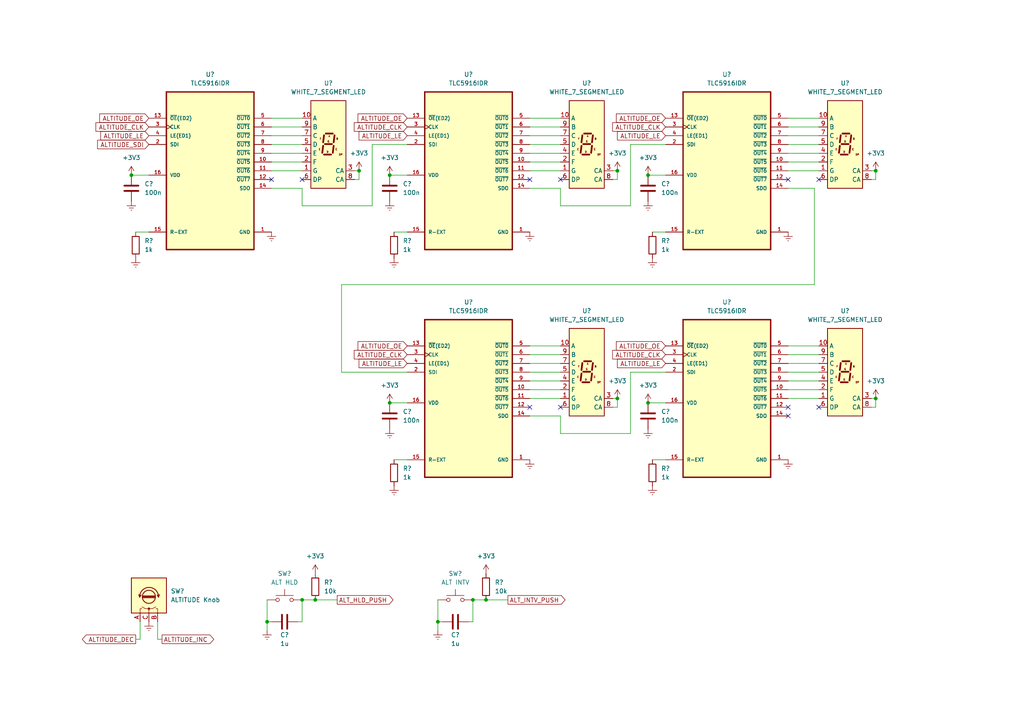
<source format=kicad_sch>
(kicad_sch (version 20211123) (generator eeschema)
  (paper "A4")
  (lib_symbols
    (symbol "Device:C" (pin_numbers hide) (pin_names (offset 0.254))
      (property "Reference" "C" (at 0.635 2.54 0))
      (property "Value" "C" (at 0.635 -2.54 0))
      (symbol "C_0_1"
        (polyline (pts (xy -2.032 -0.762) (xy 2.032 -0.762)) (stroke (width 0.508)))
        (polyline (pts (xy -2.032 0.762) (xy 2.032 0.762)) (stroke (width 0.508)))
      )
      (symbol "C_1_1"
        (pin passive line (at 0 3.81 270) (length 2.794) (name "~") (number "1"))
        (pin passive line (at 0 -3.81 90) (length 2.794) (name "~") (number "2"))
      )
    )
    (symbol "Device:R" (pin_numbers hide) (pin_names (offset 0))
      (property "Reference" "R" (at 2.032 0 90))
      (property "Value" "R" (at 0 0 90))
      (symbol "R_0_1"
        (rectangle (start -1.016 -2.54) (end 1.016 2.54) (stroke (width 0.254)))
      )
      (symbol "R_1_1"
        (pin passive line (at 0 3.81 270) (length 1.27) (name "~") (number "1"))
        (pin passive line (at 0 -3.81 90) (length 1.27) (name "~") (number "2"))
      )
    )
    (symbol "Device:RotaryEncoder" (pin_names (offset 0.254) hide)
      (property "Reference" "SW" (at 0 6.604 0))
      (property "Value" "RotaryEncoder" (at 0 -6.604 0))
      (symbol "RotaryEncoder_0_1"
        (rectangle (start -5.08 5.08) (end 5.08 -5.08) (stroke (width 0.254)) (fill (type background)))
        (circle (center -3.81 0) (radius 0.254) (fill (type outline)))
        (arc (start -0.381 -2.794) (mid 2.3622 -0.0508) (end -0.381 2.667) (stroke (width 0.254)))
        (circle (center -0.381 0) (radius 1.905) (stroke (width 0.254)))
        (polyline (pts (xy -0.635 -1.778) (xy -0.635 1.778)) (stroke (width 0.254)))
        (polyline (pts (xy -0.381 -1.778) (xy -0.381 1.778)) (stroke (width 0.254)))
        (polyline (pts (xy -0.127 1.778) (xy -0.127 -1.778)) (stroke (width 0.254)))
        (polyline (pts (xy -5.08 -2.54) (xy -3.81 -2.54) (xy -3.81 -2.032)))
        (polyline (pts (xy -5.08 2.54) (xy -3.81 2.54) (xy -3.81 2.032)))
        (polyline (pts (xy 0.254 -3.048) (xy -0.508 -2.794) (xy 0.127 -2.413)) (stroke (width 0.254)))
        (polyline (pts (xy 0.254 2.921) (xy -0.508 2.667) (xy 0.127 2.286)) (stroke (width 0.254)))
        (polyline (pts (xy -5.08 0) (xy -3.81 0) (xy -3.81 -1.016) (xy -3.302 -2.032)))
        (polyline (pts (xy -4.318 0) (xy -3.81 0) (xy -3.81 1.016) (xy -3.302 2.032)))
      )
      (symbol "RotaryEncoder_1_1"
        (pin passive line (at -7.62 2.54 0) (length 2.54) (name "A") (number "A"))
        (pin passive line (at -7.62 -2.54 0) (length 2.54) (name "B") (number "B"))
        (pin passive line (at -7.62 0 0) (length 2.54) (name "C") (number "C"))
      )
    )
    (symbol "Display_Character:SA39-11EWA"
      (property "Reference" "U" (at -3.81 13.97 0))
      (property "Value" "SA39-11EWA" (at 6.35 13.97 0))
      (symbol "SA39-11EWA_1_0"
        (text "A" (at 0.254 2.413 0) (effects (font (size 0.508 0.508))))
        (text "B" (at 2.54 1.651 0) (effects (font (size 0.508 0.508))))
        (text "C" (at 2.286 -1.397 0) (effects (font (size 0.508 0.508))))
        (text "D" (at -0.254 -2.159 0) (effects (font (size 0.508 0.508))))
        (text "DP" (at 3.556 -2.921 0) (effects (font (size 0.508 0.508))))
        (text "E" (at -2.54 -1.397 0) (effects (font (size 0.508 0.508))))
        (text "F" (at -2.286 1.651 0) (effects (font (size 0.508 0.508))))
        (text "G" (at 0 0.889 0) (effects (font (size 0.508 0.508))))
      )
      (symbol "SA39-11EWA_1_1"
        (rectangle (start -5.08 12.7) (end 5.08 -12.7) (stroke (width 0.254)) (fill (type background)))
        (polyline (pts (xy -1.524 -0.381) (xy -1.778 -2.413)) (stroke (width 0.508)))
        (polyline (pts (xy -1.27 -2.921) (xy 0.762 -2.921)) (stroke (width 0.508)))
        (polyline (pts (xy -1.27 2.667) (xy -1.524 0.635)) (stroke (width 0.508)))
        (polyline (pts (xy -1.016 0.127) (xy 1.016 0.127)) (stroke (width 0.508)))
        (polyline (pts (xy -0.762 3.175) (xy 1.27 3.175)) (stroke (width 0.508)))
        (polyline (pts (xy 1.524 -0.381) (xy 1.27 -2.413)) (stroke (width 0.508)))
        (polyline (pts (xy 1.778 2.667) (xy 1.524 0.635)) (stroke (width 0.508)))
        (polyline (pts (xy 2.54 -2.921) (xy 2.54 -2.921)) (stroke (width 0.508)))
        (pin input line (at -7.62 -7.62 0) (length 2.54) (name "G") (number "1"))
        (pin input line (at -7.62 7.62 0) (length 2.54) (name "A") (number "10"))
        (pin input line (at -7.62 -5.08 0) (length 2.54) (name "F") (number "2"))
        (pin input line (at 7.62 -7.62 180) (length 2.54) (name "CA") (number "3"))
        (pin input line (at -7.62 -2.54 0) (length 2.54) (name "E") (number "4"))
        (pin input line (at -7.62 0 0) (length 2.54) (name "D") (number "5"))
        (pin input line (at -7.62 -10.16 0) (length 2.54) (name "DP") (number "6"))
        (pin input line (at -7.62 2.54 0) (length 2.54) (name "C") (number "7"))
        (pin input line (at 7.62 -10.16 180) (length 2.54) (name "CA") (number "8"))
        (pin input line (at -7.62 5.08 0) (length 2.54) (name "B") (number "9"))
      )
    )
    (symbol "Switch:SW_Push" (pin_numbers hide) (pin_names (offset 1.016) hide)
      (property "Reference" "SW" (at 1.27 2.54 0))
      (property "Value" "SW_Push" (at 0 -1.524 0))
      (symbol "SW_Push_0_1"
        (circle (center -2.032 0) (radius 0.508))
        (polyline (pts (xy 0 1.27) (xy 0 3.048)))
        (polyline (pts (xy 2.54 1.27) (xy -2.54 1.27)))
        (circle (center 2.032 0) (radius 0.508))
        (pin passive line (at -5.08 0 0) (length 2.54) (name "1") (number "1"))
        (pin passive line (at 5.08 0 180) (length 2.54) (name "2") (number "2"))
      )
    )
    (symbol "TLC5916IDR_1" (pin_names (offset 1.016))
      (property "Reference" "U?" (at 0 27.94 0))
      (property "Value" "TLC5916IDR_1" (at 0 25.4 0))
      (symbol "TLC5916IDR_1_0_0"
        (rectangle (start -12.7 -22.86) (end 12.7 22.86) (stroke (width 0.41)) (fill (type background)))
        (pin power_in line (at 17.78 -17.78 180) (length 5.08) (name "GND") (number "1"))
        (pin output line (at 17.78 2.54 180) (length 5.08) (name "~{OUT5}") (number "10"))
        (pin output line (at 17.78 0 180) (length 5.08) (name "~{OUT6}") (number "11"))
        (pin output line (at 17.78 -2.54 180) (length 5.08) (name "~{OUT7}") (number "12"))
        (pin input line (at -17.78 15.24 0) (length 5.08) (name "~{OE}(ED2)") (number "13"))
        (pin output line (at 17.78 -5.08 180) (length 5.08) (name "SDO") (number "14"))
        (pin bidirectional line (at -17.78 -17.78 0) (length 5.08) (name "R-EXT") (number "15"))
        (pin power_in line (at -17.78 -1.27 0) (length 5.08) (name "VDD") (number "16"))
        (pin input line (at -17.78 7.62 0) (length 5.08) (name "SDI") (number "2"))
        (pin input clock (at -17.78 12.7 0) (length 5.08) (name "CLK") (number "3"))
        (pin input line (at -17.78 10.16 0) (length 5.08) (name "LE(ED1)") (number "4"))
        (pin output line (at 17.78 15.24 180) (length 5.08) (name "~{OUT0}") (number "5"))
        (pin output line (at 17.78 12.7 180) (length 5.08) (name "~{OUT1}") (number "6"))
        (pin output line (at 17.78 10.16 180) (length 5.08) (name "~{OUT2}") (number "7"))
        (pin output line (at 17.78 7.62 180) (length 5.08) (name "~{OUT3}") (number "8"))
        (pin output line (at 17.78 5.08 180) (length 5.08) (name "~{OUT4}") (number "9"))
      )
    )
    (symbol "power:+3V3" (power) (pin_names (offset 0))
      (property "Value" "+3V3" (at 0 3.556 0))
      (symbol "+3V3_0_1"
        (polyline (pts (xy -0.762 1.27) (xy 0 2.54)))
        (polyline (pts (xy 0 0) (xy 0 2.54)))
        (polyline (pts (xy 0 2.54) (xy 0.762 1.27)))
      )
      (symbol "+3V3_1_1"
        (pin power_in line (at 0 0 90) (length 0) hide (name "+3V3") (number "1"))
      )
    )
    (symbol "power:Earth" (power) (pin_names (offset 0))
      (symbol "Earth_0_1"
        (polyline (pts (xy -0.635 -1.905) (xy 0.635 -1.905)))
        (polyline (pts (xy -0.127 -2.54) (xy 0.127 -2.54)))
        (polyline (pts (xy 0 -1.27) (xy 0 0)))
        (polyline (pts (xy 1.27 -1.27) (xy -1.27 -1.27)))
      )
      (symbol "Earth_1_1"
        (pin power_in line (at 0 0 270) (length 0) hide (name "Earth") (number "1"))
      )
    )
  )
  (junction (at 137.16 173.99))
  (junction (at 77.47 180.34))
  (junction (at 87.63 173.99))
  (junction (at 91.44 173.99))
  (junction (at 104.14 49.53))
  (junction (at 113.03 116.84))
  (junction (at 179.07 115.57))
  (junction (at 179.07 49.53))
  (junction (at 254 115.57))
  (junction (at 254 49.53))
  (junction (at 127 180.34))
  (junction (at 187.96 116.84))
  (junction (at 113.03 50.8))
  (junction (at 187.96 50.8))
  (junction (at 38.1 50.8))
  (junction (at 140.97 173.99))
  (no_connect (at 153.67 52.07))
  (no_connect (at 78.74 52.07))
  (no_connect (at 162.56 52.07))
  (no_connect (at 162.56 118.11))
  (no_connect (at 153.67 118.11))
  (no_connect (at 228.6 52.07))
  (no_connect (at 237.49 52.07))
  (no_connect (at 228.6 120.65))
  (no_connect (at 87.63 52.07))
  (no_connect (at 237.49 118.11))
  (no_connect (at 228.6 118.11))
  (wire (pts (xy 127 173.99) (xy 127 180.34)))
  (wire (pts (xy 228.6 49.53) (xy 237.49 49.53)))
  (wire (pts (xy 45.72 185.42) (xy 46.99 185.42)))
  (wire (pts (xy 135.89 180.34) (xy 137.16 180.34)))
  (wire (pts (xy 107.95 59.69) (xy 107.95 41.91)))
  (wire (pts (xy 153.67 115.57) (xy 162.56 115.57)))
  (wire (pts (xy 104.14 49.53) (xy 102.87 49.53)))
  (wire (pts (xy 228.6 107.95) (xy 237.49 107.95)))
  (wire (pts (xy 153.67 102.87) (xy 162.56 102.87)))
  (wire (pts (xy 45.72 180.34) (xy 45.72 185.42)))
  (wire (pts (xy 78.74 46.99) (xy 87.63 46.99)))
  (wire (pts (xy 78.74 39.37) (xy 87.63 39.37)))
  (wire (pts (xy 228.6 34.29) (xy 237.49 34.29)))
  (wire (pts (xy 104.14 52.07) (xy 102.87 52.07)))
  (wire (pts (xy 91.44 173.99) (xy 97.79 173.99)))
  (wire (pts (xy 87.63 180.34) (xy 87.63 173.99)))
  (wire (pts (xy 153.67 46.99) (xy 162.56 46.99)))
  (wire (pts (xy 127 180.34) (xy 128.27 180.34)))
  (wire (pts (xy 179.07 115.57) (xy 179.07 118.11)))
  (wire (pts (xy 153.67 34.29) (xy 162.56 34.29)))
  (wire (pts (xy 39.37 67.31) (xy 43.18 67.31)))
  (wire (pts (xy 189.23 67.31) (xy 193.04 67.31)))
  (wire (pts (xy 38.1 50.8) (xy 43.18 50.8)))
  (wire (pts (xy 189.23 133.35) (xy 193.04 133.35)))
  (wire (pts (xy 78.74 54.61) (xy 87.63 54.61)))
  (wire (pts (xy 182.88 41.91) (xy 193.04 41.91)))
  (wire (pts (xy 87.63 59.69) (xy 107.95 59.69)))
  (wire (pts (xy 78.74 44.45) (xy 87.63 44.45)))
  (wire (pts (xy 104.14 49.53) (xy 104.14 52.07)))
  (wire (pts (xy 114.3 133.35) (xy 118.11 133.35)))
  (wire (pts (xy 153.67 54.61) (xy 162.56 54.61)))
  (wire (pts (xy 153.67 120.65) (xy 162.56 120.65)))
  (wire (pts (xy 87.63 54.61) (xy 87.63 59.69)))
  (wire (pts (xy 228.6 46.99) (xy 237.49 46.99)))
  (wire (pts (xy 187.96 116.84) (xy 193.04 116.84)))
  (wire (pts (xy 254 52.07) (xy 252.73 52.07)))
  (wire (pts (xy 153.67 110.49) (xy 162.56 110.49)))
  (wire (pts (xy 153.67 107.95) (xy 162.56 107.95)))
  (wire (pts (xy 228.6 113.03) (xy 237.49 113.03)))
  (wire (pts (xy 254 49.53) (xy 254 52.07)))
  (wire (pts (xy 153.67 100.33) (xy 162.56 100.33)))
  (wire (pts (xy 114.3 67.31) (xy 118.11 67.31)))
  (wire (pts (xy 153.67 39.37) (xy 162.56 39.37)))
  (wire (pts (xy 153.67 36.83) (xy 162.56 36.83)))
  (wire (pts (xy 182.88 107.95) (xy 182.88 125.73)))
  (wire (pts (xy 236.22 82.55) (xy 99.06 82.55)))
  (wire (pts (xy 99.06 82.55) (xy 99.06 107.95)))
  (wire (pts (xy 179.07 52.07) (xy 177.8 52.07)))
  (wire (pts (xy 86.36 180.34) (xy 87.63 180.34)))
  (wire (pts (xy 127 180.34) (xy 127 182.88)))
  (wire (pts (xy 228.6 110.49) (xy 237.49 110.49)))
  (wire (pts (xy 179.07 49.53) (xy 177.8 49.53)))
  (wire (pts (xy 153.67 49.53) (xy 162.56 49.53)))
  (wire (pts (xy 228.6 39.37) (xy 237.49 39.37)))
  (wire (pts (xy 254 115.57) (xy 254 118.11)))
  (wire (pts (xy 78.74 41.91) (xy 87.63 41.91)))
  (wire (pts (xy 228.6 36.83) (xy 237.49 36.83)))
  (wire (pts (xy 228.6 100.33) (xy 237.49 100.33)))
  (wire (pts (xy 236.22 54.61) (xy 236.22 82.55)))
  (wire (pts (xy 182.88 41.91) (xy 182.88 59.69)))
  (wire (pts (xy 107.95 41.91) (xy 118.11 41.91)))
  (wire (pts (xy 182.88 107.95) (xy 193.04 107.95)))
  (wire (pts (xy 77.47 180.34) (xy 77.47 182.88)))
  (wire (pts (xy 228.6 105.41) (xy 237.49 105.41)))
  (wire (pts (xy 179.07 115.57) (xy 177.8 115.57)))
  (wire (pts (xy 254 49.53) (xy 252.73 49.53)))
  (wire (pts (xy 113.03 116.84) (xy 118.11 116.84)))
  (wire (pts (xy 162.56 54.61) (xy 162.56 59.69)))
  (wire (pts (xy 140.97 173.99) (xy 147.32 173.99)))
  (wire (pts (xy 153.67 41.91) (xy 162.56 41.91)))
  (wire (pts (xy 40.64 185.42) (xy 40.64 180.34)))
  (wire (pts (xy 179.07 118.11) (xy 177.8 118.11)))
  (wire (pts (xy 39.37 185.42) (xy 40.64 185.42)))
  (wire (pts (xy 153.67 105.41) (xy 162.56 105.41)))
  (wire (pts (xy 162.56 120.65) (xy 162.56 125.73)))
  (wire (pts (xy 153.67 44.45) (xy 162.56 44.45)))
  (wire (pts (xy 228.6 115.57) (xy 237.49 115.57)))
  (wire (pts (xy 162.56 59.69) (xy 182.88 59.69)))
  (wire (pts (xy 153.67 113.03) (xy 162.56 113.03)))
  (wire (pts (xy 228.6 41.91) (xy 237.49 41.91)))
  (wire (pts (xy 87.63 173.99) (xy 91.44 173.99)))
  (wire (pts (xy 254 115.57) (xy 252.73 115.57)))
  (wire (pts (xy 78.74 34.29) (xy 87.63 34.29)))
  (wire (pts (xy 99.06 107.95) (xy 118.11 107.95)))
  (wire (pts (xy 187.96 50.8) (xy 193.04 50.8)))
  (wire (pts (xy 77.47 180.34) (xy 78.74 180.34)))
  (wire (pts (xy 137.16 173.99) (xy 140.97 173.99)))
  (wire (pts (xy 78.74 49.53) (xy 87.63 49.53)))
  (wire (pts (xy 228.6 54.61) (xy 236.22 54.61)))
  (wire (pts (xy 113.03 50.8) (xy 118.11 50.8)))
  (wire (pts (xy 228.6 102.87) (xy 237.49 102.87)))
  (wire (pts (xy 162.56 125.73) (xy 182.88 125.73)))
  (wire (pts (xy 254 118.11) (xy 252.73 118.11)))
  (wire (pts (xy 77.47 173.99) (xy 77.47 180.34)))
  (wire (pts (xy 179.07 49.53) (xy 179.07 52.07)))
  (wire (pts (xy 137.16 180.34) (xy 137.16 173.99)))
  (wire (pts (xy 78.74 36.83) (xy 87.63 36.83)))
  (wire (pts (xy 228.6 44.45) (xy 237.49 44.45)))
  (global_label "ALTITUDE_OE" (shape input) (at 118.11 34.29 180) (property "Intersheet References" "${INTERSHEET_REFS}" (effects hide)))
  (global_label "ALTITUDE_CLK" (shape input) (at 118.11 36.83 180) (property "Intersheet References" "${INTERSHEET_REFS}" (effects hide)))
  (global_label "ALTITUDE_CLK" (shape input) (at 193.04 102.87 180) (property "Intersheet References" "${INTERSHEET_REFS}" (effects hide)))
  (global_label "ALTITUDE_OE" (shape input) (at 193.04 34.29 180) (property "Intersheet References" "${INTERSHEET_REFS}" (effects hide)))
  (global_label "ALTITUDE_INC" (shape output) (at 46.99 185.42 0) (property "Intersheet References" "${INTERSHEET_REFS}" (effects hide)))
  (global_label "ALTITUDE_LE" (shape input) (at 118.11 105.41 180) (property "Intersheet References" "${INTERSHEET_REFS}" (effects hide)))
  (global_label "ALTITUDE_DEC" (shape output) (at 39.37 185.42 180) (property "Intersheet References" "${INTERSHEET_REFS}" (effects hide)))
  (global_label "ALTITUDE_CLK" (shape input) (at 193.04 36.83 180) (property "Intersheet References" "${INTERSHEET_REFS}" (effects hide)))
  (global_label "ALTITUDE_CLK" (shape input) (at 43.18 36.83 180) (property "Intersheet References" "${INTERSHEET_REFS}" (effects hide)))
  (global_label "ALTITUDE_SDI" (shape input) (at 43.18 41.91 180) (property "Intersheet References" "${INTERSHEET_REFS}" (effects hide)))
  (global_label "ALTITUDE_LE" (shape input) (at 193.04 105.41 180) (property "Intersheet References" "${INTERSHEET_REFS}" (effects hide)))
  (global_label "ALTITUDE_CLK" (shape input) (at 118.11 102.87 180) (property "Intersheet References" "${INTERSHEET_REFS}" (effects hide)))
  (global_label "ALT_HLD_PUSH" (shape output) (at 97.79 173.99 0) (property "Intersheet References" "${INTERSHEET_REFS}" (effects hide)))
  (global_label "ALTITUDE_OE" (shape input) (at 118.11 100.33 180) (property "Intersheet References" "${INTERSHEET_REFS}" (effects hide)))
  (global_label "ALTITUDE_LE" (shape input) (at 43.18 39.37 180) (property "Intersheet References" "${INTERSHEET_REFS}" (effects hide)))
  (global_label "ALTITUDE_OE" (shape input) (at 193.04 100.33 180) (property "Intersheet References" "${INTERSHEET_REFS}" (effects hide)))
  (global_label "ALT_INTV_PUSH" (shape output) (at 147.32 173.99 0) (property "Intersheet References" "${INTERSHEET_REFS}" (effects hide)))
  (global_label "ALTITUDE_OE" (shape input) (at 43.18 34.29 180) (property "Intersheet References" "${INTERSHEET_REFS}" (effects hide)))
  (global_label "ALTITUDE_LE" (shape input) (at 118.11 39.37 180) (property "Intersheet References" "${INTERSHEET_REFS}" (effects hide)))
  (global_label "ALTITUDE_LE" (shape input) (at 193.04 39.37 180) (property "Intersheet References" "${INTERSHEET_REFS}" (effects hide)))
  (symbol (lib_id "power:Earth") (at 187.96 58.42 0) (unit 1)
    (property "Reference" "#PWR?" (effects hide))
    (property "Value" "Earth" (effects hide))
  )
  (symbol (lib_id "power:Earth") (at 113.03 124.46 0) (unit 1)
    (property "Reference" "#PWR?" (effects hide))
    (property "Value" "Earth" (effects hide))
  )
  (symbol (lib_name "TLC5916IDR_1") (lib_id "TLC5916IDR:TLC5916IDR") (at 135.89 49.53 0) (unit 1)
    (property "Reference" "U?" (at 135.89 21.59 0))
    (property "Value" "TLC5916IDR" (at 135.89 24.13 0))
    (property "Footprint" "TLC5916IDR:SOIC127P600X175-16N" (effects hide))
    (property "MF" "Texas Instruments" (effects hide))
    (property "Description" "\n8-bit constant-current LED sink driver\n" (effects hide))
    (property "Package" "SOIC-16 Texas Instruments" (effects hide))
    (property "Price" "None" (effects hide))
    (property "SnapEDA_Link" "https://www.snapeda.com/parts/TLC5916IDR/Texas+Instruments/view-part/?ref=snap" (effects hide))
    (property "MP" "TLC5916IDR" (effects hide))
    (property "Purchase-URL" "https://www.snapeda.com/api/url_track_click_mouser/?unipart_id=438836&manufacturer=Texas Instruments&part_name=TLC5916IDR&search_term=None" (effects hide))
    (property "Availability" "In Stock" (effects hide))
    (property "Check_prices" "https://www.snapeda.com/parts/TLC5916IDR/Texas+Instruments/view-part/?ref=eda" (effects hide))
  )
  (symbol (lib_id "power:Earth") (at 127 182.88 0) (unit 1)
    (property "Reference" "#PWR?" (effects hide))
    (property "Value" "Earth" (effects hide))
  )
  (symbol (lib_id "power:+3V3") (at 254 115.57 0) (unit 1)
    (property "Reference" "#PWR?" (effects hide))
    (property "Value" "+3V3" (at 254 110.49 0))
  )
  (symbol (lib_id "power:+3V3") (at 113.03 116.84 0) (unit 1)
    (property "Reference" "#PWR?" (effects hide))
    (property "Value" "+3V3" (at 113.03 111.76 0))
  )
  (symbol (lib_id "Device:C") (at 187.96 54.61 0) (unit 1)
    (property "Reference" "C?" (at 191.77 53.3399 0) (effects (justify left)))
    (property "Value" "100n" (at 191.77 55.8799 0) (effects (justify left)))
  )
  (symbol (lib_id "power:+3V3") (at 187.96 50.8 0) (unit 1)
    (property "Reference" "#PWR?" (effects hide))
    (property "Value" "+3V3" (at 187.96 45.72 0))
  )
  (symbol (lib_id "power:Earth") (at 114.3 140.97 0) (unit 1)
    (property "Reference" "#PWR?" (effects hide))
    (property "Value" "Earth" (effects hide))
  )
  (symbol (lib_id "Device:R") (at 39.37 71.12 0) (unit 1)
    (property "Reference" "R?" (at 41.91 69.8499 0) (effects (justify left)))
    (property "Value" "1k" (at 41.91 72.3899 0) (effects (justify left)))
  )
  (symbol (lib_id "power:Earth") (at 77.47 182.88 0) (unit 1)
    (property "Reference" "#PWR?" (effects hide))
    (property "Value" "Earth" (effects hide))
  )
  (symbol (lib_id "Display_Character:SA39-11EWA") (at 245.11 41.91 0) (unit 1)
    (property "Reference" "U?" (at 245.11 24.13 0))
    (property "Value" "WHITE_7_SEGMENT_LED" (at 245.11 26.67 0))
    (property "Footprint" "Display_7Segment:Sx39-1xxxxx" (effects hide))
    (property "Datasheet" "http://www.kingbrightusa.com/images/catalog/SPEC/sa39-11ewa.pdf" (effects hide))
  )
  (symbol (lib_id "Device:C") (at 113.03 120.65 0) (unit 1)
    (property "Reference" "C?" (at 116.84 119.3799 0) (effects (justify left)))
    (property "Value" "100n" (at 116.84 121.9199 0) (effects (justify left)))
  )
  (symbol (lib_id "power:Earth") (at 189.23 74.93 0) (unit 1)
    (property "Reference" "#PWR?" (effects hide))
    (property "Value" "Earth" (effects hide))
  )
  (symbol (lib_id "Display_Character:SA39-11EWA") (at 170.18 41.91 0) (unit 1)
    (property "Reference" "U?" (at 170.18 24.13 0))
    (property "Value" "WHITE_7_SEGMENT_LED" (at 170.18 26.67 0))
    (property "Footprint" "Display_7Segment:Sx39-1xxxxx" (effects hide))
    (property "Datasheet" "http://www.kingbrightusa.com/images/catalog/SPEC/sa39-11ewa.pdf" (effects hide))
  )
  (symbol (lib_id "power:Earth") (at 39.37 74.93 0) (unit 1)
    (property "Reference" "#PWR?" (effects hide))
    (property "Value" "Earth" (effects hide))
  )
  (symbol (lib_id "power:+3V3") (at 38.1 50.8 0) (unit 1)
    (property "Reference" "#PWR?" (effects hide))
    (property "Value" "+3V3" (at 38.1 45.72 0))
  )
  (symbol (lib_id "power:+3V3") (at 140.97 166.37 0) (unit 1)
    (property "Reference" "#PWR?" (effects hide))
    (property "Value" "+3V3" (at 140.97 161.29 0))
  )
  (symbol (lib_id "power:+3V3") (at 113.03 50.8 0) (unit 1)
    (property "Reference" "#PWR?" (effects hide))
    (property "Value" "+3V3" (at 113.03 45.72 0))
  )
  (symbol (lib_id "Device:C") (at 38.1 54.61 0) (unit 1)
    (property "Reference" "C?" (at 41.91 53.3399 0) (effects (justify left)))
    (property "Value" "100n" (at 41.91 55.8799 0) (effects (justify left)))
  )
  (symbol (lib_name "TLC5916IDR_1") (lib_id "TLC5916IDR:TLC5916IDR") (at 210.82 115.57 0) (unit 1)
    (property "Reference" "U?" (at 210.82 87.63 0))
    (property "Value" "TLC5916IDR" (at 210.82 90.17 0))
    (property "Footprint" "TLC5916IDR:SOIC127P600X175-16N" (effects hide))
    (property "MF" "Texas Instruments" (effects hide))
    (property "Description" "\n8-bit constant-current LED sink driver\n" (effects hide))
    (property "Package" "SOIC-16 Texas Instruments" (effects hide))
    (property "Price" "None" (effects hide))
    (property "SnapEDA_Link" "https://www.snapeda.com/parts/TLC5916IDR/Texas+Instruments/view-part/?ref=snap" (effects hide))
    (property "MP" "TLC5916IDR" (effects hide))
    (property "Purchase-URL" "https://www.snapeda.com/api/url_track_click_mouser/?unipart_id=438836&manufacturer=Texas Instruments&part_name=TLC5916IDR&search_term=None" (effects hide))
    (property "Availability" "In Stock" (effects hide))
    (property "Check_prices" "https://www.snapeda.com/parts/TLC5916IDR/Texas+Instruments/view-part/?ref=eda" (effects hide))
  )
  (symbol (lib_id "Switch:SW_Push") (at 82.55 173.99 0) (unit 1)
    (property "Reference" "SW?" (at 82.55 166.37 0))
    (property "Value" "ALT HLD" (at 82.55 168.91 0))
  )
  (symbol (lib_name "TLC5916IDR_1") (lib_id "TLC5916IDR:TLC5916IDR") (at 210.82 49.53 0) (unit 1)
    (property "Reference" "U?" (at 210.82 21.59 0))
    (property "Value" "TLC5916IDR" (at 210.82 24.13 0))
    (property "Footprint" "TLC5916IDR:SOIC127P600X175-16N" (effects hide))
    (property "MF" "Texas Instruments" (effects hide))
    (property "Description" "\n8-bit constant-current LED sink driver\n" (effects hide))
    (property "Package" "SOIC-16 Texas Instruments" (effects hide))
    (property "Price" "None" (effects hide))
    (property "SnapEDA_Link" "https://www.snapeda.com/parts/TLC5916IDR/Texas+Instruments/view-part/?ref=snap" (effects hide))
    (property "MP" "TLC5916IDR" (effects hide))
    (property "Purchase-URL" "https://www.snapeda.com/api/url_track_click_mouser/?unipart_id=438836&manufacturer=Texas Instruments&part_name=TLC5916IDR&search_term=None" (effects hide))
    (property "Availability" "In Stock" (effects hide))
    (property "Check_prices" "https://www.snapeda.com/parts/TLC5916IDR/Texas+Instruments/view-part/?ref=eda" (effects hide))
  )
  (symbol (lib_id "power:Earth") (at 189.23 140.97 0) (unit 1)
    (property "Reference" "#PWR?" (effects hide))
    (property "Value" "Earth" (effects hide))
  )
  (symbol (lib_id "Device:R") (at 189.23 137.16 0) (unit 1)
    (property "Reference" "R?" (at 191.77 135.8899 0) (effects (justify left)))
    (property "Value" "1k" (at 191.77 138.4299 0) (effects (justify left)))
  )
  (symbol (lib_id "Device:R") (at 114.3 137.16 0) (unit 1)
    (property "Reference" "R?" (at 116.84 135.8899 0) (effects (justify left)))
    (property "Value" "1k" (at 116.84 138.4299 0) (effects (justify left)))
  )
  (symbol (lib_id "Device:RotaryEncoder") (at 43.18 172.72 90) (unit 1)
    (property "Reference" "SW?" (at 49.53 171.4499 90) (effects (justify right)))
    (property "Value" "ALTITUDE Knob" (at 49.53 173.9899 90) (effects (justify right)))
  )
  (symbol (lib_id "Device:R") (at 189.23 71.12 0) (unit 1)
    (property "Reference" "R?" (at 191.77 69.8499 0) (effects (justify left)))
    (property "Value" "1k" (at 191.77 72.3899 0) (effects (justify left)))
  )
  (symbol (lib_id "power:Earth") (at 228.6 67.31 0) (unit 1)
    (property "Reference" "#PWR?" (effects hide))
    (property "Value" "Earth" (effects hide))
  )
  (symbol (lib_id "Display_Character:SA39-11EWA") (at 245.11 107.95 0) (unit 1)
    (property "Reference" "U?" (at 245.11 90.17 0))
    (property "Value" "WHITE_7_SEGMENT_LED" (at 245.11 92.71 0))
    (property "Footprint" "Display_7Segment:Sx39-1xxxxx" (effects hide))
    (property "Datasheet" "http://www.kingbrightusa.com/images/catalog/SPEC/sa39-11ewa.pdf" (effects hide))
  )
  (symbol (lib_id "power:+3V3") (at 254 49.53 0) (unit 1)
    (property "Reference" "#PWR?" (effects hide))
    (property "Value" "+3V3" (at 254 44.45 0))
  )
  (symbol (lib_id "power:Earth") (at 187.96 124.46 0) (unit 1)
    (property "Reference" "#PWR?" (effects hide))
    (property "Value" "Earth" (effects hide))
  )
  (symbol (lib_id "Device:C") (at 113.03 54.61 0) (unit 1)
    (property "Reference" "C?" (at 116.84 53.3399 0) (effects (justify left)))
    (property "Value" "100n" (at 116.84 55.8799 0) (effects (justify left)))
  )
  (symbol (lib_id "Display_Character:SA39-11EWA") (at 95.25 41.91 0) (unit 1)
    (property "Reference" "U?" (at 95.25 24.13 0))
    (property "Value" "WHITE_7_SEGMENT_LED" (at 95.25 26.67 0))
    (property "Footprint" "Display_7Segment:Sx39-1xxxxx" (effects hide))
    (property "Datasheet" "http://www.kingbrightusa.com/images/catalog/SPEC/sa39-11ewa.pdf" (effects hide))
  )
  (symbol (lib_id "Device:C") (at 187.96 120.65 0) (unit 1)
    (property "Reference" "C?" (at 191.77 119.3799 0) (effects (justify left)))
    (property "Value" "100n" (at 191.77 121.9199 0) (effects (justify left)))
  )
  (symbol (lib_id "power:Earth") (at 153.67 67.31 0) (unit 1)
    (property "Reference" "#PWR?" (effects hide))
    (property "Value" "Earth" (effects hide))
  )
  (symbol (lib_id "power:Earth") (at 114.3 74.93 0) (unit 1)
    (property "Reference" "#PWR?" (effects hide))
    (property "Value" "Earth" (effects hide))
  )
  (symbol (lib_id "power:+3V3") (at 104.14 49.53 0) (unit 1)
    (property "Reference" "#PWR?" (effects hide))
    (property "Value" "+3V3" (at 104.14 44.45 0))
  )
  (symbol (lib_id "Device:C") (at 132.08 180.34 270) (unit 1)
    (property "Reference" "C?" (at 132.08 184.15 90))
    (property "Value" "1u" (at 132.08 186.69 90))
  )
  (symbol (lib_name "TLC5916IDR_1") (lib_id "TLC5916IDR:TLC5916IDR") (at 60.96 49.53 0) (unit 1)
    (property "Reference" "U?" (at 60.96 21.59 0))
    (property "Value" "TLC5916IDR" (at 60.96 24.13 0))
    (property "Footprint" "TLC5916IDR:SOIC127P600X175-16N" (effects hide))
    (property "MF" "Texas Instruments" (effects hide))
    (property "Description" "\n8-bit constant-current LED sink driver\n" (effects hide))
    (property "Package" "SOIC-16 Texas Instruments" (effects hide))
    (property "Price" "None" (effects hide))
    (property "SnapEDA_Link" "https://www.snapeda.com/parts/TLC5916IDR/Texas+Instruments/view-part/?ref=snap" (effects hide))
    (property "MP" "TLC5916IDR" (effects hide))
    (property "Purchase-URL" "https://www.snapeda.com/api/url_track_click_mouser/?unipart_id=438836&manufacturer=Texas Instruments&part_name=TLC5916IDR&search_term=None" (effects hide))
    (property "Availability" "In Stock" (effects hide))
    (property "Check_prices" "https://www.snapeda.com/parts/TLC5916IDR/Texas+Instruments/view-part/?ref=eda" (effects hide))
  )
  (symbol (lib_id "power:+3V3") (at 179.07 49.53 0) (unit 1)
    (property "Reference" "#PWR?" (effects hide))
    (property "Value" "+3V3" (at 179.07 44.45 0))
  )
  (symbol (lib_id "power:+3V3") (at 179.07 115.57 0) (unit 1)
    (property "Reference" "#PWR?" (effects hide))
    (property "Value" "+3V3" (at 179.07 110.49 0))
  )
  (symbol (lib_id "power:Earth") (at 78.74 67.31 0) (unit 1)
    (property "Reference" "#PWR?" (effects hide))
    (property "Value" "Earth" (effects hide))
  )
  (symbol (lib_id "power:Earth") (at 153.67 133.35 0) (unit 1)
    (property "Reference" "#PWR?" (effects hide))
    (property "Value" "Earth" (effects hide))
  )
  (symbol (lib_id "Device:R") (at 91.44 170.18 0) (unit 1)
    (property "Reference" "R?" (at 93.98 168.9099 0) (effects (justify left)))
    (property "Value" "10k" (at 93.98 171.4499 0) (effects (justify left)))
  )
  (symbol (lib_id "power:Earth") (at 228.6 133.35 0) (unit 1)
    (property "Reference" "#PWR?" (effects hide))
    (property "Value" "Earth" (effects hide))
  )
  (symbol (lib_id "Device:C") (at 82.55 180.34 270) (unit 1)
    (property "Reference" "C?" (at 82.55 184.15 90))
    (property "Value" "1u" (at 82.55 186.69 90))
  )
  (symbol (lib_id "Display_Character:SA39-11EWA") (at 170.18 107.95 0) (unit 1)
    (property "Reference" "U?" (at 170.18 90.17 0))
    (property "Value" "WHITE_7_SEGMENT_LED" (at 170.18 92.71 0))
    (property "Footprint" "Display_7Segment:Sx39-1xxxxx" (effects hide))
    (property "Datasheet" "http://www.kingbrightusa.com/images/catalog/SPEC/sa39-11ewa.pdf" (effects hide))
  )
  (symbol (lib_name "TLC5916IDR_1") (lib_id "TLC5916IDR:TLC5916IDR") (at 135.89 115.57 0) (unit 1)
    (property "Reference" "U?" (at 135.89 87.63 0))
    (property "Value" "TLC5916IDR" (at 135.89 90.17 0))
    (property "Footprint" "TLC5916IDR:SOIC127P600X175-16N" (effects hide))
    (property "MF" "Texas Instruments" (effects hide))
    (property "Description" "\n8-bit constant-current LED sink driver\n" (effects hide))
    (property "Package" "SOIC-16 Texas Instruments" (effects hide))
    (property "Price" "None" (effects hide))
    (property "SnapEDA_Link" "https://www.snapeda.com/parts/TLC5916IDR/Texas+Instruments/view-part/?ref=snap" (effects hide))
    (property "MP" "TLC5916IDR" (effects hide))
    (property "Purchase-URL" "https://www.snapeda.com/api/url_track_click_mouser/?unipart_id=438836&manufacturer=Texas Instruments&part_name=TLC5916IDR&search_term=None" (effects hide))
    (property "Availability" "In Stock" (effects hide))
    (property "Check_prices" "https://www.snapeda.com/parts/TLC5916IDR/Texas+Instruments/view-part/?ref=eda" (effects hide))
  )
  (symbol (lib_id "power:+3V3") (at 187.96 116.84 0) (unit 1)
    (property "Reference" "#PWR?" (effects hide))
    (property "Value" "+3V3" (at 187.96 111.76 0))
  )
  (symbol (lib_id "power:Earth") (at 38.1 58.42 0) (unit 1)
    (property "Reference" "#PWR?" (effects hide))
    (property "Value" "Earth" (effects hide))
  )
  (symbol (lib_id "power:Earth") (at 113.03 58.42 0) (unit 1)
    (property "Reference" "#PWR?" (effects hide))
    (property "Value" "Earth" (effects hide))
  )
  (symbol (lib_id "Switch:SW_Push") (at 132.08 173.99 0) (unit 1)
    (property "Reference" "SW?" (at 132.08 166.37 0))
    (property "Value" "ALT INTV" (at 132.08 168.91 0))
  )
  (symbol (lib_id "power:Earth") (at 43.18 180.34 0) (unit 1)
    (property "Reference" "#PWR?" (effects hide))
    (property "Value" "Earth" (effects hide))
  )
  (symbol (lib_id "Device:R") (at 114.3 71.12 0) (unit 1)
    (property "Reference" "R?" (at 116.84 69.8499 0) (effects (justify left)))
    (property "Value" "1k" (at 116.84 72.3899 0) (effects (justify left)))
  )
  (symbol (lib_id "Device:R") (at 140.97 170.18 0) (unit 1)
    (property "Reference" "R?" (at 143.51 168.9099 0) (effects (justify left)))
    (property "Value" "10k" (at 143.51 171.4499 0) (effects (justify left)))
  )
  (symbol (lib_id "power:+3V3") (at 91.44 166.37 0) (unit 1)
    (property "Reference" "#PWR?" (effects hide))
    (property "Value" "+3V3" (at 91.44 161.29 0))
  )
)
</source>
